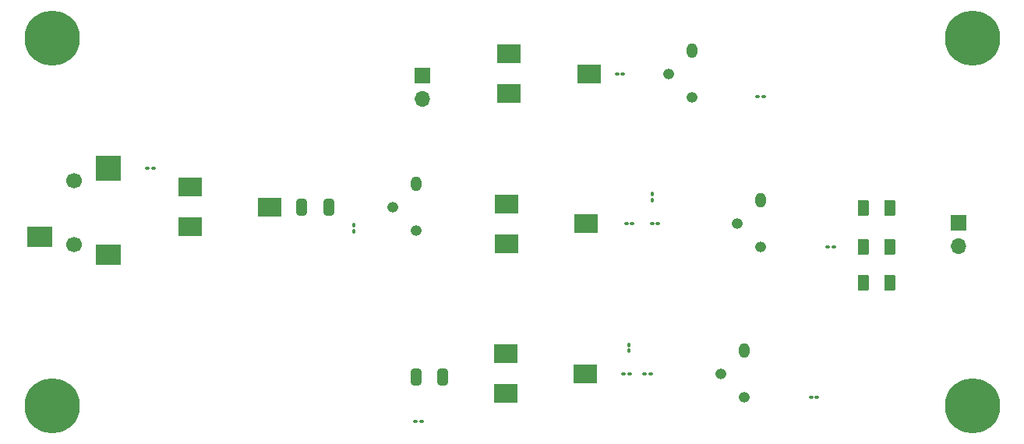
<source format=gbr>
%TF.GenerationSoftware,KiCad,Pcbnew,8.0.5*%
%TF.CreationDate,2024-10-13T18:39:00+03:00*%
%TF.ProjectId,proect,70726f65-6374-42e6-9b69-6361645f7063,rev?*%
%TF.SameCoordinates,Original*%
%TF.FileFunction,Soldermask,Top*%
%TF.FilePolarity,Negative*%
%FSLAX46Y46*%
G04 Gerber Fmt 4.6, Leading zero omitted, Abs format (unit mm)*
G04 Created by KiCad (PCBNEW 8.0.5) date 2024-10-13 18:39:00*
%MOMM*%
%LPD*%
G01*
G04 APERTURE LIST*
G04 Aperture macros list*
%AMRoundRect*
0 Rectangle with rounded corners*
0 $1 Rounding radius*
0 $2 $3 $4 $5 $6 $7 $8 $9 X,Y pos of 4 corners*
0 Add a 4 corners polygon primitive as box body*
4,1,4,$2,$3,$4,$5,$6,$7,$8,$9,$2,$3,0*
0 Add four circle primitives for the rounded corners*
1,1,$1+$1,$2,$3*
1,1,$1+$1,$4,$5*
1,1,$1+$1,$6,$7*
1,1,$1+$1,$8,$9*
0 Add four rect primitives between the rounded corners*
20,1,$1+$1,$2,$3,$4,$5,0*
20,1,$1+$1,$4,$5,$6,$7,0*
20,1,$1+$1,$6,$7,$8,$9,0*
20,1,$1+$1,$8,$9,$2,$3,0*%
G04 Aperture macros list end*
%ADD10RoundRect,0.100000X-0.130000X-0.100000X0.130000X-0.100000X0.130000X0.100000X-0.130000X0.100000X0*%
%ADD11R,2.500000X2.000000*%
%ADD12RoundRect,0.100000X0.130000X0.100000X-0.130000X0.100000X-0.130000X-0.100000X0.130000X-0.100000X0*%
%ADD13RoundRect,0.100000X0.100000X-0.130000X0.100000X0.130000X-0.100000X0.130000X-0.100000X-0.130000X0*%
%ADD14O,1.200000X1.600000*%
%ADD15O,1.200000X1.200000*%
%ADD16C,0.800000*%
%ADD17C,6.000000*%
%ADD18R,1.700000X1.700000*%
%ADD19O,1.700000X1.700000*%
%ADD20C,1.700000*%
%ADD21R,2.800000X2.200000*%
%ADD22R,2.800000X2.800000*%
%ADD23RoundRect,0.250000X-0.375000X-0.625000X0.375000X-0.625000X0.375000X0.625000X-0.375000X0.625000X0*%
%ADD24RoundRect,0.100000X-0.100000X0.130000X-0.100000X-0.130000X0.100000X-0.130000X0.100000X0.130000X0*%
%ADD25RoundRect,0.250000X-0.325000X-0.650000X0.325000X-0.650000X0.325000X0.650000X-0.325000X0.650000X0*%
G04 APERTURE END LIST*
D10*
%TO.C,R13*%
X89080000Y-44200000D03*
X89720000Y-44200000D03*
%TD*%
%TO.C,R12*%
X90880000Y-27800000D03*
X91520000Y-27800000D03*
%TD*%
%TO.C,R11*%
X83280000Y-11500000D03*
X83920000Y-11500000D03*
%TD*%
%TO.C,R10*%
X70980000Y-41600000D03*
X71620000Y-41600000D03*
%TD*%
%TO.C,R9*%
X71780000Y-25300000D03*
X72420000Y-25300000D03*
%TD*%
%TO.C,R8*%
X68680000Y-41600000D03*
X69320000Y-41600000D03*
%TD*%
D11*
%TO.C,R7*%
X55875000Y-43750000D03*
X64525000Y-41600000D03*
X55875000Y-39450000D03*
%TD*%
%TO.C,R6*%
X55975000Y-27450000D03*
X64625000Y-25300000D03*
X55975000Y-23150000D03*
%TD*%
%TO.C,R5*%
X56275000Y-11150000D03*
X64925000Y-9000000D03*
X56275000Y-6850000D03*
%TD*%
D12*
%TO.C,R4*%
X46720000Y-46800000D03*
X46080000Y-46800000D03*
%TD*%
D13*
%TO.C,R3*%
X39400000Y-26120000D03*
X39400000Y-25480000D03*
%TD*%
D12*
%TO.C,R2*%
X16980000Y-19300000D03*
X17620000Y-19300000D03*
%TD*%
D11*
%TO.C,R1*%
X21575000Y-25650000D03*
X30225000Y-23500000D03*
X21575000Y-21350000D03*
%TD*%
D14*
%TO.C,Q4*%
X81800000Y-39060000D03*
D15*
X79260000Y-41600000D03*
X81800000Y-44140000D03*
%TD*%
D14*
%TO.C,Q3*%
X83600000Y-22760000D03*
D15*
X81060000Y-25300000D03*
X83600000Y-27840000D03*
%TD*%
D14*
%TO.C,Q2*%
X76100000Y-6460000D03*
D15*
X73560000Y-9000000D03*
X76100000Y-11540000D03*
%TD*%
D14*
%TO.C,Q1*%
X46200000Y-20960000D03*
D15*
X43660000Y-23500000D03*
X46200000Y-26040000D03*
%TD*%
D16*
%TO.C,J7*%
X4350000Y-5100000D03*
X5009010Y-3509010D03*
X5009010Y-6690990D03*
X6600000Y-2850000D03*
D17*
X6600000Y-5100000D03*
D16*
X6600000Y-7350000D03*
X8190990Y-3509010D03*
X8190990Y-6690990D03*
X8850000Y-5100000D03*
%TD*%
%TO.C,J6*%
X4350000Y-45100000D03*
X5009010Y-43509010D03*
X5009010Y-46690990D03*
X6600000Y-42850000D03*
D17*
X6600000Y-45100000D03*
D16*
X6600000Y-47350000D03*
X8190990Y-43509010D03*
X8190990Y-46690990D03*
X8850000Y-45100000D03*
%TD*%
%TO.C,J5*%
X104350000Y-5100000D03*
X105009010Y-3509010D03*
X105009010Y-6690990D03*
X106600000Y-2850000D03*
D17*
X106600000Y-5100000D03*
D16*
X106600000Y-7350000D03*
X108190990Y-3509010D03*
X108190990Y-6690990D03*
X108850000Y-5100000D03*
%TD*%
%TO.C,J4*%
X104350000Y-45100000D03*
X105009010Y-43509010D03*
X105009010Y-46690990D03*
X106600000Y-42850000D03*
D17*
X106600000Y-45100000D03*
D16*
X106600000Y-47350000D03*
X108190990Y-43509010D03*
X108190990Y-46690990D03*
X108850000Y-45100000D03*
%TD*%
D18*
%TO.C,J3*%
X46800000Y-9225000D03*
D19*
X46800000Y-11765000D03*
%TD*%
D18*
%TO.C,J2*%
X105100000Y-25225000D03*
D19*
X105100000Y-27765000D03*
%TD*%
D20*
%TO.C,J1*%
X9000000Y-27600000D03*
X9000000Y-20600000D03*
D21*
X5300000Y-26700000D03*
X12700000Y-28700000D03*
D22*
X12700000Y-19300000D03*
%TD*%
D23*
%TO.C,D3*%
X94800000Y-31700000D03*
X97600000Y-31700000D03*
%TD*%
%TO.C,D2*%
X94800000Y-27800000D03*
X97600000Y-27800000D03*
%TD*%
%TO.C,D1*%
X94800000Y-23600000D03*
X97600000Y-23600000D03*
%TD*%
D24*
%TO.C,C6*%
X69300000Y-38480000D03*
X69300000Y-39120000D03*
%TD*%
%TO.C,C5*%
X71800000Y-22080000D03*
X71800000Y-22720000D03*
%TD*%
D10*
%TO.C,C4*%
X68980000Y-25300000D03*
X69620000Y-25300000D03*
%TD*%
%TO.C,C3*%
X67980000Y-9000000D03*
X68620000Y-9000000D03*
%TD*%
D25*
%TO.C,C2*%
X46125000Y-42000000D03*
X49075000Y-42000000D03*
%TD*%
%TO.C,C1*%
X33725000Y-23500000D03*
X36675000Y-23500000D03*
%TD*%
M02*

</source>
